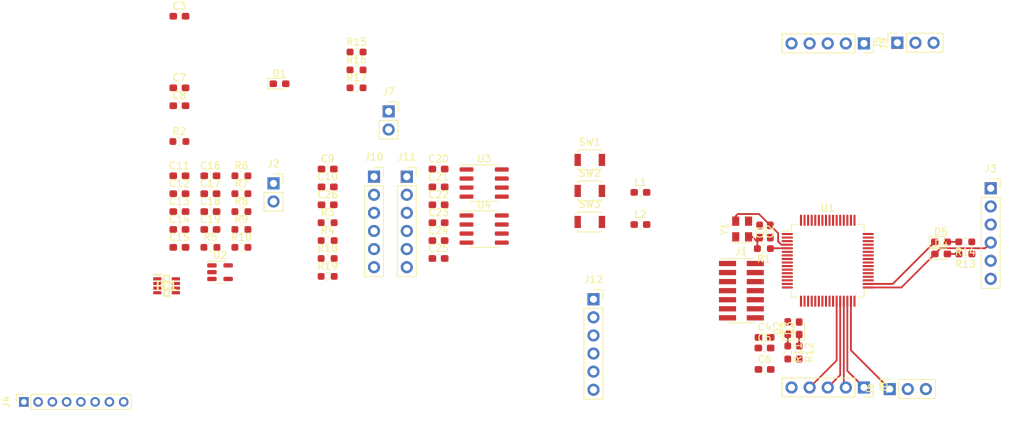
<source format=kicad_pcb>
(kicad_pcb (version 20221018) (generator pcbnew)
  (layers (0 "F.Cu" signal) (31 "B.Cu" signal) (34 "B.Paste" user) (35 "F.Paste" user) (36 "B.SilkS" user "B.Silkscreen") (37 "F.SilkS" user "F.Silkscreen") (38 "B.Mask" user) (39 "F.Mask" user) (44 "Edge.Cuts" user))
  (net 0 "")
  (net 1 "GND")
  (net 2 "Net-(U1-PC14)")
  (net 3 "Net-(C2-Pad2)")
  (net 4 "NRST")
  (net 5 "+3.3V")
  (net 6 "Net-(C7-Pad2)")
  (net 7 "Demarrage")
  (net 8 "Net-(C10-Pad2)")
  (net 9 "7.2V")
  (net 10 "Net-(IC1-VCC)")
  (net 11 "Net-(C14-Pad1)")
  (net 12 "Net-(IC1-SW)")
  (net 13 "+5V")
  (net 14 "Net-(C17-Pad1)")
  (net 15 "U1OUT1")
  (net 16 "U1OUT2")
  (net 17 "U2OUT1")
  (net 18 "U2OUT2")
  (net 19 "User")
  (net 20 "Net-(C26-Pad2)")
  (net 21 "Net-(D1-K)")
  (net 22 "+3V3")
  (net 23 "Net-(D2-K)")
  (net 24 "Rx UART LID")
  (net 25 "Net-(D3-K)")
  (net 26 "Tx UART LID")
  (net 27 "SCL ACC")
  (net 28 "Net-(D4-A)")
  (net 29 "SDA ACC")
  (net 30 "Net-(D5-A)")
  (net 31 "Net-(IC1-PG)")
  (net 32 "Net-(IC1-BST)")
  (net 33 "Net-(IC1-EN{slash}SYNC)")
  (net 34 "Net-(IC1-FB)")
  (net 37 "SWDIO")
  (net 38 "SWCLK")
  (net 42 "UART2_RX")
  (net 43 "UART2_TX")
  (net 44 "Int Acc")
  (net 45 "I2A Ad Sel")
  (net 46 "M_SCTR")
  (net 47 "DEV_EN")
  (net 48 "M_EN")
  (net 50 "OUT_IR1")
  (net 51 "OUT_IR2")
  (net 52 "Net-(J7-Pin_1)")
  (net 53 "Buzzer_In")
  (net 54 "OUT_Contact4")
  (net 55 "OUT_Contact3")
  (net 56 "OUT_Contact2")
  (net 57 "OUT_Contact1")
  (net 58 "OUT_Contact8")
  (net 59 "OUT_Contact7")
  (net 60 "OUT_Contact6")
  (net 61 "OUT_Contact5")
  (net 62 "ENCODER1")
  (net 63 "ENCODER2")
  (net 64 "ENCODER3")
  (net 65 "ENCODER4")
  (net 66 "Net-(U1-PC15)")
  (net 67 "ADC1")
  (net 68 "ADC2")
  (net 69 "PWM4")
  (net 74 "PWM1")
  (net 75 "PWM2")
  (net 94 "PWM3")
  (footprint "Resistor_SMD:R_0603_1608Metric_Pad0.98x0.95mm_HandSolder" (layer "F.Cu") (at 54.915 82.005)
    (fp_text reference "R8" (at 0 -1.43) (layer "F.SilkS"))
    (fp_text value "16k")
    (pad "1" smd roundrect (at -0.9125 0) (size 0.975 0.95) (layers "F.Cu" "F.Paste" "F.Mask") (net 34 "Net-(IC1-FB)"))
    (pad "2" smd roundrect (at 0.9125 0) (size 0.975 0.95) (layers "F.Cu" "F.Paste" "F.Mask") (net 14 "Net-(C17-Pad1)"))
  )
  (footprint "Resistor_SMD:R_0603_1608Metric_Pad0.98x0.95mm_HandSolder" (layer "F.Cu") (at 156.46875 87.95 180)
    (fp_text reference "R13" (at 0 -1.43) (layer "F.SilkS"))
    (fp_text value "1000" hide)
    (pad "1" smd roundrect (at -0.9125 0 180) (size 0.975 0.95) (layers "F.Cu" "F.Paste" "F.Mask") (net 5 "+3.3V"))
    (pad "2" smd roundrect (at 0.9125 0 180) (size 0.975 0.95) (layers "F.Cu" "F.Paste" "F.Mask") (net 28 "Net-(D4-A)"))
  )
  (footprint "Resistor_SMD:R_0603_1608Metric_Pad0.98x0.95mm_HandSolder" (layer "F.Cu") (at 71.065 62.135)
    (fp_text reference "R16" (at 0 -1.43) (layer "F.SilkS"))
    (fp_text value "0.01")
    (pad "1" smd roundrect (at -0.9125 0) (size 0.975 0.95) (layers "F.Cu" "F.Paste" "F.Mask") (net 68 "ADC2"))
    (pad "2" smd roundrect (at 0.9125 0) (size 0.975 0.95) (layers "F.Cu" "F.Paste" "F.Mask") (net 1 "GND"))
  )
  (footprint "Capacitor_SMD:C_0603_1608Metric_Pad1.08x0.95mm_HandSolder" (layer "F.Cu") (at 128.3 104.15)
    (fp_text reference "C6" (at 0 -1.43) (layer "F.SilkS"))
    (fp_text value "4,7 µF")
    (pad "1" smd roundrect (at -0.8625 0) (size 1.075 0.95) (layers "F.Cu" "F.Paste" "F.Mask") (net 1 "GND"))
    (pad "2" smd roundrect (at 0.8625 0) (size 1.075 0.95) (layers "F.Cu" "F.Paste" "F.Mask") (net 5 "+3.3V"))
  )
  (footprint "Resistor_SMD:R_0603_1608Metric_Pad0.98x0.95mm_HandSolder" (layer "F.Cu") (at 156.45 86.25 180)
    (fp_text reference "R14" (at 0 -1.43) (layer "F.SilkS"))
    (fp_text value "1000" hide)
    (pad "1" smd roundrect (at -0.9125 0 180) (size 0.975 0.95) (layers "F.Cu" "F.Paste" "F.Mask") (net 5 "+3.3V"))
    (pad "2" smd roundrect (at 0.9125 0 180) (size 0.975 0.95) (layers "F.Cu" "F.Paste" "F.Mask") (net 30 "Net-(D5-A)"))
  )
  (footprint "Capacitor_SMD:C_0603_1608Metric_Pad1.08x0.95mm_HandSolder" (layer "F.Cu") (at 50.565 84.515)
    (fp_text reference "C19" (at 0 -1.43) (layer "F.SilkS"))
    (fp_text value "1uF/10V")
    (pad "1" smd roundrect (at -0.8625 0) (size 1.075 0.95) (layers "F.Cu" "F.Paste" "F.Mask") (net 5 "+3.3V"))
    (pad "2" smd roundrect (at 0.8625 0) (size 1.075 0.95) (layers "F.Cu" "F.Paste" "F.Mask") (net 1 "GND"))
  )
  (footprint "Capacitor_SMD:C_0603_1608Metric_Pad1.08x0.95mm_HandSolder" (layer "F.Cu") (at 82.565 81.055)
    (fp_text reference "C22" (at 0 -1.43) (layer "F.SilkS"))
    (fp_text value "1µf")
    (pad "1" smd roundrect (at -0.8625 0) (size 1.075 0.95) (layers "F.Cu" "F.Paste" "F.Mask") (net 16 "U1OUT2"))
    (pad "2" smd roundrect (at 0.8625 0) (size 1.075 0.95) (layers "F.Cu" "F.Paste" "F.Mask") (net 1 "GND"))
  )
  (footprint "Package_TO_SOT_SMD:SOT-23-5" (layer "F.Cu") (at 51.915 90.505)
    (fp_text reference "U2" (at 0 -2.4) (layer "F.SilkS"))
    (fp_text value "MIC5317-3.3xM5")
    (pad "1" smd roundrect (at -1.1375 -0.95) (size 1.325 0.6) (layers "F.Cu" "F.Paste" "F.Mask") (net 13 "+5V"))
    (pad "2" smd roundrect (at -1.1375 0) (size 1.325 0.6) (layers "F.Cu" "F.Paste" "F.Mask") (net 1 "GND"))
    (pad "3" smd roundrect (at -1.1375 0.95) (size 1.325 0.6) (layers "F.Cu" "F.Paste" "F.Mask") (net 13 "+5V"))
    (pad "4" smd roundrect (at 1.1375 0.95) (size 1.325 0.6) (layers "F.Cu" "F.Paste" "F.Mask"))
    (pad "5" smd roundrect (at 1.1375 -0.95) (size 1.325 0.6) (layers "F.Cu" "F.Paste" "F.Mask") (net 5 "+3.3V"))
  )
  (footprint "Resistor_SMD:R_0603_1608Metric_Pad0.98x0.95mm_HandSolder" (layer "F.Cu") (at 54.915 84.515)
    (fp_text reference "R9" (at 0 -1.43) (layer "F.SilkS"))
    (fp_text value "7.68k")
    (pad "1" smd roundrect (at -0.9125 0) (size 0.975 0.95) (layers "F.Cu" "F.Paste" "F.Mask") (net 14 "Net-(C17-Pad1)"))
    (pad "2" smd roundrect (at 0.9125 0) (size 0.975 0.95) (layers "F.Cu" "F.Paste" "F.Mask") (net 1 "GND"))
  )
  (footprint "Connector_PinSocket_2.54mm:PinSocket_1x02_P2.54mm_Vertical" (layer "F.Cu") (at 59.415 78.055)
    (fp_text reference "J2" (at 0 -2.77) (layer "F.SilkS"))
    (fp_text value "Conn_01x02")
    (pad "1" thru_hole rect (at 0 0) (size 1.7 1.7) (drill 1) (layers "*.Cu" "*.Mask") (net 1 "GND"))
    (pad "2" thru_hole oval (at 0 2.54) (size 1.7 1.7) (drill 1) (layers "*.Cu" "*.Mask") (net 9 "7.2V"))
  )
  (footprint "Capacitor_SMD:C_0603_1608Metric_Pad1.08x0.95mm_HandSolder" (layer "F.Cu") (at 67.015 78.545)
    (fp_text reference "C10" (at 0 -1.43) (layer "F.SilkS"))
    (fp_text value "100nF")
    (pad "1" smd roundrect (at -0.8625 0) (size 1.075 0.95) (layers "F.Cu" "F.Paste" "F.Mask") (net 7 "Demarrage"))
    (pad "2" smd roundrect (at 0.8625 0) (size 1.075 0.95) (layers "F.Cu" "F.Paste" "F.Mask") (net 8 "Net-(C10-Pad2)"))
  )
  (footprint "Button_Switch_SMD:SW_SPST_B3U-1000P" (layer "F.Cu") (at 103.785 79.11)
    (fp_text reference "SW2" (at 0 -2.5) (layer "F.SilkS"))
    (fp_text value "SW_MEC_5E")
    (pad "1" smd rect (at -1.7 0) (size 0.9 1.7) (layers "F.Cu" "F.Paste" "F.Mask") (net 4 "NRST"))
    (pad "2" smd rect (at 1.7 0) (size 0.9 1.7) (layers "F.Cu" "F.Paste" "F.Mask") (net 4 "NRST"))
  )
  (footprint "Connector_PinSocket_2.00mm:PinSocket_1x08_P2.00mm_Vertical" (layer "F.Cu") (at 24.4 108.7 90)
    (fp_text reference "J4" (at 0 -2.5 90) (layer "F.SilkS"))
    (fp_text value "Conn_01x08")
    (pad "1" thru_hole rect (at 0 0 90) (size 1.35 1.35) (drill 0.8) (layers "*.Cu" "*.Mask") (net 13 "+5V"))
    (pad "2" thru_hole oval (at 0 2 90) (size 1.35 1.35) (drill 0.8) (layers "*.Cu" "*.Mask") (net 26 "Tx UART LID"))
    (pad "3" thru_hole oval (at 0 4 90) (size 1.35 1.35) (drill 0.8) (layers "*.Cu" "*.Mask") (net 24 "Rx UART LID"))
    (pad "4" thru_hole oval (at 0 6 90) (size 1.35 1.35) (drill 0.8) (layers "*.Cu" "*.Mask") (net 1 "GND"))
    (pad "5" thru_hole oval (at 0 8 90) (size 1.35 1.35) (drill 0.8) (layers "*.Cu" "*.Mask") (net 46 "M_SCTR"))
    (pad "6" thru_hole oval (at 0 10 90) (size 1.35 1.35) (drill 0.8) (layers "*.Cu" "*.Mask") (net 47 "DEV_EN"))
    (pad "7" thru_hole oval (at 0 12 90) (size 1.35 1.35) (drill 0.8) (layers "*.Cu" "*.Mask") (net 48 "M_EN"))
    (pad "8" thru_hole oval (at 0 14 90) (size 1.35 1.35) (drill 0.8) (layers "*.Cu" "*.Mask"))
  )
  (footprint "Capacitor_SMD:C_0603_1608Metric_Pad1.08x0.95mm_HandSolder" (layer "F.Cu") (at 46.215 76.985)
    (fp_text reference "C11" (at 0 -1.43) (layer "F.SilkS"))
    (fp_text value "22uF")
    (pad "1" smd roundrect (at -0.8625 0) (size 1.075 0.95) (layers "F.Cu" "F.Paste" "F.Mask") (net 9 "7.2V"))
    (pad "2" smd roundrect (at 0.8625 0) (size 1.075 0.95) (layers "F.Cu" "F.Paste" "F.Mask") (net 1 "GND"))
  )
  (footprint "Capacitor_SMD:C_0603_1608Metric_Pad1.08x0.95mm_HandSolder" (layer "F.Cu") (at 82.565 88.585)
    (fp_text reference "C25" (at 0 -1.43) (layer "F.SilkS"))
    (fp_text value "1µf")
    (pad "1" smd roundrect (at -0.8625 0) (size 1.075 0.95) (layers "F.Cu" "F.Paste" "F.Mask") (net 18 "U2OUT2"))
    (pad "2" smd roundrect (at 0.8625 0) (size 1.075 0.95) (layers "F.Cu" "F.Paste" "F.Mask") (net 1 "GND"))
  )
  (footprint "Resistor_SMD:R_0603_1608Metric_Pad0.98x0.95mm_HandSolder" (layer "F.Cu") (at 54.915 87.025)
    (fp_text reference "R10" (at 0 -1.43) (layer "F.SilkS"))
    (fp_text value "40.2k")
    (pad "1" smd roundrect (at -0.9125 0) (size 0.975 0.95) (layers "F.Cu" "F.Paste" "F.Mask") (net 14 "Net-(C17-Pad1)"))
    (pad "2" smd roundrect (at 0.9125 0) (size 0.975 0.95) (layers "F.Cu" "F.Paste" "F.Mask") (net 13 "+5V"))
  )
  (footprint "LED_SMD:LED_0603_1608Metric_Pad1.05x0.95mm_HandSolder" (layer "F.Cu") (at 131.55 98.35 90)
    (fp_text reference "D2" (at 0 -1.43 90) (layer "F.SilkS"))
    (fp_text value "LED_Small" hide)
    (pad "1" smd roundrect (at -0.875 0 90) (size 1.05 0.95) (layers "F.Cu" "F.Paste" "F.Mask") (net 23 "Net-(D2-K)"))
    (pad "2" smd roundrect (at 0.875 0 90) (size 1.05 0.95) (layers "F.Cu" "F.Paste" "F.Mask") (net 24 "Rx UART LID"))
  )
  (footprint "Resistor_SMD:R_0603_1608Metric_Pad0.98x0.95mm_HandSolder" (layer "F.Cu") (at 54.915 79.495)
    (fp_text reference "R7" (at 0 -1.43) (layer "F.SilkS"))
    (fp_text value "20")
    (pad "1" smd roundrect (at -0.9125 0) (size 0.975 0.95) (layers "F.Cu" "F.Paste" "F.Mask") (net 11 "Net-(C14-Pad1)"))
    (pad "2" smd roundrect (at 0.9125 0) (size 0.975 0.95) (layers "F.Cu" "F.Paste" "F.Mask") (net 32 "Net-(IC1-BST)"))
  )
  (footprint "Resistor_SMD:R_0603_1608Metric_Pad0.98x0.95mm_HandSolder" (layer "F.Cu") (at 67.015 86.075)
    (fp_text reference "R4" (at 0 -1.43) (layer "F.SilkS"))
    (fp_text value "4.7K")
    (pad "1" smd roundrect (at -0.9125 0) (size 0.975 0.95) (layers "F.Cu" "F.Paste" "F.Mask") (net 5 "+3.3V"))
    (pad "2" smd roundrect (at 0.9125 0) (size 0.975 0.95) (layers "F.Cu" "F.Paste" "F.Mask") (net 7 "Demarrage"))
  )
  (footprint "Resistor_SMD:R_0603_1608Metric_Pad0.98x0.95mm_HandSolder" (layer "F.Cu") (at 131.55 101.775 -90)
    (fp_text reference "R11" (at 0 -1.43 90) (layer "F.SilkS"))
    (fp_text value "1000" hide)
    (pad "1" smd roundrect (at -0.9125 0 270) (size 0.975 0.95) (layers "F.Cu" "F.Paste" "F.Mask") (net 23 "Net-(D2-K)"))
    (pad "2" smd roundrect (at 0.9125 0 270) (size 0.975 0.95) (layers "F.Cu" "F.Paste" "F.Mask") (net 1 "GND"))
  )
  (footprint "Connector_PinSocket_2.54mm:PinSocket_1x06_P2.54mm_Vertical" (layer "F.Cu") (at 104.3 94.3)
    (fp_text reference "J12" (at 0 -2.77) (layer "F.SilkS"))
    (fp_text value "Conn_01x07")
    (pad "1" thru_hole rect (at 0 0) (size 1.7 1.7) (drill 1) (layers "*.Cu" "*.Mask") (net 13 "+5V"))
    (pad "2" thru_hole oval (at 0 2.54) (size 1.7 1.7) (drill 1) (layers "*.Cu" "*.Mask") (net 26 "Tx UART LID"))
    (pad "3" thru_hole oval (at 0 5.08) (size 1.7 1.7) (drill 1) (layers "*.Cu" "*.Mask") (net 24 "Rx UART LID"))
    (pad "4" thru_hole oval (at 0 7.62) (size 1.7 1.7) (drill 1) (layers "*.Cu" "*.Mask") (net 1 "GND"))
    (pad "5" thru_hole oval (at 0 10.16) (size 1.7 1.7) (drill 1) (layers "*.Cu" "*.Mask") (net 46 "M_SCTR"))
    (pad "6" thru_hole oval (at 0 12.7) (size 1.7 1.7) (drill 1) (layers "*.Cu" "*.Mask") (net 47 "DEV_EN"))
  )
  (footprint "Resistor_SMD:R_0603_1608Metric_Pad0.98x0.95mm_HandSolder" (layer "F.Cu") (at 71.065 59.625)
    (fp_text reference "R15" (at 0 -1.43) (layer "F.SilkS"))
    (fp_text value "0.01")
    (pad "1" smd roundrect (at -0.9125 0) (size 0.975 0.95) (layers "F.Cu" "F.Paste" "F.Mask") (net 67 "ADC1"))
    (pad "2" smd roundrect (at 0.9125 0) (size 0.975 0.95) (layers "F.Cu" "F.Paste" "F.Mask") (net 1 "GND"))
  )
  (footprint "Capacitor_SMD:C_0603_1608Metric_Pad1.08x0.95mm_HandSolder" (layer "F.Cu") (at 128.2875 101.14)
    (fp_text reference "C5" (at 0 -1.43) (layer "F.SilkS"))
    (fp_text value "100 nF")
    (pad "1" smd roundrect (at -0.8625 0) (size 1.075 0.95) (layers "F.Cu" "F.Paste" "F.Mask") (net 1 "GND"))
    (pad "2" smd roundrect (at 0.8625 0) (size 1.075 0.95) (layers "F.Cu" "F.Paste" "F.Mask") (net 5 "+3.3V"))
  )
  (footprint "Resistor_SMD:R_0603_1608Metric_Pad0.98x0.95mm_HandSolder" (layer "F.Cu") (at 128.2 87.2 180)
    (fp_text reference "R1" (at 0 -1.43) (layer "F.SilkS"))
    (fp_text value "10R" hide)
    (pad "1" smd roundrect (at -0.9125 0 180) (size 0.975 0.95) (layers "F.Cu" "F.Paste" "F.Mask") (net 66 "Net-(U1-PC15)"))
    (pad "2" smd roundrect (at 0.9125 0 180) (size 0.975 0.95) (layers "F.Cu" "F.Paste" "F.Mask") (net 3 "Net-(C2-Pad2)"))
  )
  (footprint "Connector_PinSocket_2.54mm:PinSocket_1x05_P2.54mm_Vertical" (layer "F.Cu") (at 142.24 58.42 -90)
    (fp_text reference "J9" (at 0 -2.77 90) (layer "F.SilkS"))
    (fp_text value "Conn_01x05")
    (pad "1" thru_hole rect (at 0 0 270) (size 1.7 1.7) (drill 1) (layers "*.Cu" "*.Mask") (net 58 "OUT_Contact8"))
    (pad "2" thru_hole oval (at 0 2.54 270) (size 1.7 1.7) (drill 1) (layers "*.Cu" "*.Mask") (net 59 "OUT_Contact7"))
    (pad "3" thru_hole oval (at 0 5.08 270) (size 1.7 1.7) (drill 1) (layers "*.Cu" "*.Mask") (net 60 "OUT_Contact6"))
    (pad "4" thru_hole oval (at 0 7.62 270) (size 1.7 1.7) (drill 1) (layers "*.Cu" "*.Mask") (net 61 "OUT_Contact5"))
    (pad "5" thru_hole oval (at 0 10.16 270) (size 1.7 1.7) (drill 1) (layers "*.Cu" "*.Mask") (net 5 "+3.3V"))
  )
  (footprint "Button_Switch_SMD:SW_SPST_B3U-1000P" (layer "F.Cu") (at 103.785 83.46)
    (fp_text reference "SW3" (at 0 -2.5) (layer "F.SilkS"))
    (fp_text value "SW_MEC_5E")
    (pad "1" smd rect (at -1.7 0) (size 0.9 1.7) (layers "F.Cu" "F.Paste" "F.Mask") (net 1 "GND"))
    (pad "2" smd rect (at 1.7 0) (size 0.9 1.7) (layers "F.Cu" "F.Paste" "F.Mask") (net 1 "GND"))
  )
  (footprint "Capacitor_SMD:C_0603_1608Metric_Pad1.08x0.95mm_HandSolder" (layer "F.Cu") (at 129.1 84.8 90)
    (fp_text reference "C1" (at 0 -1.43 90) (layer "F.SilkS"))
    (fp_text value "10pF" hide)
    (pad "1" smd roundrect (at -0.8625 0 90) (size 1.075 0.95) (layers "F.Cu" "F.Paste" "F.Mask") (net 1 "GND"))
    (pad "2" smd roundrect (at 0.8625 0 90) (size 1.075 0.95) (layers "F.Cu" "F.Paste" "F.Mask") (net 2 "Net-(U1-PC14)"))
  )
  (footprint "Resistor_SMD:R_0603_1608Metric_Pad0.98x0.95mm_HandSolder" (layer "F.Cu") (at 46.215 72.175)
    (fp_text reference "R2" (at 0 -1.43) (layer "F.SilkS"))
    (fp_text value "1k")
    (pad "1" smd roundrect (at -0.9125 0) (size 0.975 0.95) (layers "F.Cu" "F.Paste" "F.Mask") (net 21 "Net-(D1-K)"))
    (pad "2" smd roundrect (at 0.9125 0) (size 0.975 0.95) (layers "F.Cu" "F.Paste" "F.Mask") (net 1 "GND"))
  )
  (footprint "Resistor_SMD:R_0603_1608Metric_Pad0.98x0.95mm_HandSolder" (layer "F.Cu") (at 54.915 76.985)
    (fp_text reference "R6" (at 0 -1.43) (layer "F.SilkS"))
    (fp_text value "100k")
    (pad "1" smd roundrect (at -0.9125 0) (size 0.975 0.95) (layers "F.Cu" "F.Paste" "F.Mask") (net 10 "Net-(IC1-VCC)"))
    (pad "2" smd roundrect (at 0.9125 0) (size 0.975 0.95) (layers "F.Cu" "F.Paste" "F.Mask") (net 31 "Net-(IC1-PG)"))
  )
  (footprint "Capacitor_SMD:C_0603_1608Metric_Pad1.08x0.95mm_HandSolder" (layer "F.Cu") (at 50.565 79.495)
    (fp_text reference "C17" (at 0 -1.43) (layer "F.SilkS"))
    (fp_text value "15pF")
    (pad "1" smd roundrect (at -0.8625 0) (size 1.075 0.95) (layers "F.Cu" "F.Paste" "F.Mask") (net 14 "Net-(C17-Pad1)"))
    (pad "2" smd roundrect (at 0.8625 0) (size 1.075 0.95) (layers "F.Cu" "F.Paste" "F.Mask") (net 13 "+5V"))
  )
  (footprint "Connector_PinHeader_1.27mm:PinHeader_2x07_P1.27mm_Vertical_SMD" (layer "F.Cu") (at 125.05 93.1)
    (fp_text reference "J1" (at 0 -5.505) (layer "F.SilkS"))
    (fp_text value "Conn_02x07_Odd_Even")
    (pad "1" smd rect (at -1.95 -3.81) (size 2.4 0.74) (layers "F.Cu" "F.Paste" "F.Mask"))
    (pad "2" smd rect (at 1.95 -3.81) (size 2.4 0.74) (layers "F.Cu" "F.Paste" "F.Mask"))
    (pad "3" smd rect (at -1.95 -2.54) (size 2.4 0.74) (layers "F.Cu" "F.Paste" "F.Mask") (net 22 "+3V3"))
    (pad "4" smd rect (at 1.95 -2.54) (size 2.4 0.74) (layers "F.Cu" "F.Paste" "F.Mask") (net 37 "SWDIO"))
    (pad "5" smd rect (at -1.95 -1.27) (size 2.4 0.74) (layers "F.Cu" "F.Paste" "F.Mask") (net 1 "GND"))
    (pad "6" smd rect (at 1.95 -1.27) (size 2.4 0.74) (layers "F.Cu" "F.Paste" "F.Mask") (net 38 "SWCLK"))
    (pad "7" smd rect (at -1.95 0) (size 2.4 0.74) (layers "F.Cu" "F.Paste" "F.Mask") (net 1 "GND"))
    (pad "8" smd rect (at 1.95 0) (size 2.4 0.74) (layers "F.Cu" "F.Paste" "F.Mask"))
    (pad "9" smd rect (at -1.95 1.27) (size 2.4 0.74) (layers "F.Cu" "F.Paste" "F.Mask"))
    (pad "10" smd rect (at 1.95 1.27) (size 2.4 0.74) (layers "F.Cu" "F.Paste" "F.Mask"))
    (pad "11" smd rect (at -1.95 2.54) (size 2.4 0.74) (layers "F.Cu" "F.Paste" "F.Mask") (net 1 "GND"))
    (pad "12" smd rect (at 1.95 2.54) (size 2.4 0.74) (layers "F.Cu" "F.Paste" "F.Mask") (net 4 "NRST"))
    (pad "13" smd rect (at -1.95 3.81) (size 2.4 0.74) (layers "F.Cu" "F.Paste" "F.Mask") (net 42 "UART2_RX"))
    (pad "14" smd rect (at 1.95 3.81) (size 2.4 0.74) (layers "F.Cu" "F.Paste" "F.Mask") (net 43 "UART2_TX"))
  )
  (footprint "Connector_PinSocket_2.54mm:PinSocket_1x06_P2.54mm_Vertical" (layer "F.Cu") (at 78.115 77.105)
    (fp_text reference "J11" (at 0 -2.77) (layer "F.SilkS"))
    (fp_text value "Conn_01x06")
    (pad "1" thru_hole rect (at 0 0) (size 1.7 1.7) (drill 1) (layers "*.Cu" "*.Mask") (net 17 "U2OUT1"))
    (pad "2" thru_hole oval (at 0 2.54) (size 1.7 1.7) (drill 1) (layers "*.Cu" "*.Mask") (net 22 "+3V3"))
    (pad "3" thru_hole oval (at 0 5.08) (size 1.7 1.7) (drill 1) (layers "*.Cu" "*.Mask") (net 64 "ENCODER3"))
    (pad "4" thru_hole oval (at 0 7.62) (size 1.7 1.7) (drill 1) (layers "*.Cu" "*.Mask") (net 65 "ENCODER4"))
    (pad "5" thru_hole oval (at 0 10.16) (size 1.7 1.7) (drill 1) (layers "*.Cu" "*.Mask") (net 1 "GND"))
    (pad "6" thru_hole oval (at 0 12.7) (size 1.7 1.7) (drill 1) (layers "*.Cu" "*.Mask") (net 18 "U2OUT2"))
  )
  (footprint "Capacitor_SMD:C_0603_1608Metric_Pad1.08x0.95mm_HandSolder" (layer "F.Cu") (at 46.215 84.515)
    (fp_text reference "C14" (at 0 -1.43) (layer "F.SilkS"))
    (fp_text value "0.1uF")
    (pad "1" smd roundrect (at -0.8625 0) (size 1.075 0.95) (layers "F.Cu" "F.Paste" "F.Mask") (net 11 "Net-(C14-Pad1)"))
    (pad "2" smd roundrect (at 0.8625 0) (size 1.075 0.95) (layers "F.Cu" "F.Paste" "F.Mask") (net 12 "Net-(IC1-SW)"))
  )
  (footprint "LED_SMD:LED_0603_1608Metric_Pad1.05x0.95mm_HandSolder" (layer "F.Cu") (at 133.15 98.375 90)
    (fp_text reference "D3" (at 0 -1.43 90) (layer "F.SilkS"))
    (fp_text value "LED_Small" hide)
    (pad "1" smd roundrect (at -0.875 0 90) (size 1.05 0.95) (layers "F.Cu" "F.Paste" "F.Mask") (net 25 "Net-(D3-K)"))
    (pad "2" smd roundrect (at 0.875 0 90) (size 1.05 0.95) (layers "F.Cu" "F.Paste" "F.Mask") (net 26 "Tx UART LID"))
  )
  (footprint "Resistor_SMD:R_0603_1608Metric_Pad0.98x0.95mm_HandSolder" (layer "F.Cu") (at 67.015 91.095)
    (fp_text reference "R19" (at 0 -1.43) (layer "F.SilkS"))
    (fp_text value "4.7K")
    (pad "1" smd roundrect (at -0.9125 0) (size 0.975 0.95) (layers "F.Cu" "F.Paste" "F.Mask") (net 5 "+3.3V"))
    (pad "2" smd roundrect (at 0.9125 0) (size 0.975 0.95) (layers "F.Cu" "F.Paste" "F.Mask") (net 19 "User"))
  )
  (footprint "Capacitor_SMD:C_0603_1608Metric_Pad1.08x0.95mm_HandSolder" (layer "F.Cu") (at 46.215 54.605)
    (fp_text reference "C3" (at 0 -1.43) (layer "F.SilkS"))
    (fp_text value "1 µF")
    (pad "1" smd roundrect (at -0.8625 0) (size 1.075 0.95) (layers "F.Cu" "F.Paste" "F.Mask") (net 1 "GND"))
    (pad "2" smd roundrect (at 0.8625 0) (size 1.075 0.95) (layers "F.Cu" "F.Paste" "F.Mask") (net 4 "NRST"))
  )
  (footprint "LED_SMD:LED_0603_1608Metric_Pad1.05x0.95mm_HandSolder" (layer "F.Cu") (at 153.06875 87.95)
    (fp_text reference "D4" (at 0 -1.43) (layer "F.SilkS"))
    (fp_text value "LED_Small" hide)
    (pad "1" smd roundrect (at -0.875 0) (size 1.05 0.95) (layers "F.Cu" "F.Paste" "F.Mask") (net 27 "SCL ACC"))
    (pad "2" smd roundrect (at 0.875 0) (size 1.05 0.95) (layers "F.Cu" "F.Paste" "F.Mask") (net 28 "Net-(D4-A)"))
  )
  (footprint "Capacitor_SMD:C_0603_1608Metric_Pad1.08x0.95mm_HandSolder" (layer "F.Cu") (at 128.3 99.65)
    (fp_text reference "C4" (at 0 -1.43) (layer "F.SilkS"))
    (fp_text value "100 nF")
    (pad "1" smd roundrect (at -0.8625 0) (size 1.075 0.95) (layers "F.Cu" "F.Paste" "F.Mask") (net 1 "GND"))
    (pad "2" smd roundrect (at 0.8625 0) (size 1.075 0.95) (layers "F.Cu" "F.Paste" "F.Mask") (net 5 "+3.3V"))
  )
  (footprint "Connector_PinSocket_2.54mm:PinSocket_1x05_P2.54mm_Vertical" (layer "F.Cu") (at 142.24 106.68 -90)
    (fp_text reference "J8" (at 0 -2.77 90) (layer "F.SilkS"))
    (fp_text value "Conn_01x05")
    (pad "1" thru_hole rect (at 0 0 270) (size 1.7 1.7) (drill 1) (layers "*.Cu" "*.Mask") (net 54 "OUT_Contact4"))
    (pad "2" thru_hole oval (at 0 2.54 270) (size 1.7 1.7) (drill 1) (layers "*.Cu" "*.Mask") (net 55 "OUT_Contact3"))
    (pad "3" thru_hole oval (at 0 5.08 270) (size 1.7 1.7) (drill 1) (layers "*.Cu" "*.Mask") (net 56 "OUT_Contact2"))
    (pad "4" thru_hole oval (at 0 7.62 270) (size 1.7 1.7) (drill 1) (layers "*.Cu" "*.Mask") (net 57 "OUT_Contact1"))
    (pad "5" thru_hole oval (at 0 10.16 270) (size 1.7 1.7) (drill 1) (layers "*.Cu" "*.Mask") (net 5 "+3.3V"))
  )
  (footprint "Resistor_SMD:R_0603_1608Metric_Pad0.98x0.95mm_HandSolder" (layer "F.Cu") (at 133.15 101.775 -90)
    (fp_text reference "R12" (at 0 -1.43 90) (layer "F.SilkS"))
    (fp_text value "1000" hide)
    (pad "1" smd roundrect (at -0.9125 0 270) (size 0.975 0.95) (layers "F.Cu" "F.Paste" "F.Mask") (net 25 "Net-(D3-K)"))
    (pad "2" smd roundrect (at 0.9125 0 270) (size 0.975 0.95) (layers "F.Cu" "F.Paste" "F.Mask") (net 1 "GND"))
  )
  (footprint "Capacitor_SMD:C_0603_1608Metric_Pad1.08x0.95mm_HandSolder" (layer "F.Cu") (at 50.565 82.005)
    (fp_text reference "C18" (at 0 -1.43) (layer "F.SilkS"))
    (fp_text value "1uF/10V")
    (pad "1" smd roundrect (at -0.8625 0) (size 1.075 0.95) (layers "F.Cu" "F.Paste" "F.Mask") (net 13 "+5V"))
    (pad "2" smd roundrect (at 0.8625 0) (size 1.075 0.95) (layers "F.Cu" "F.Paste" "F.Mask") (net 1 "GND"))
  )
  (footprint "LED_SMD:LED_0603_1608Metric_Pad1.05x0.95mm_HandSolder" (layer "F.Cu") (at 153.05 86.255)
    (fp_text reference "D5" (at 0 -1.43) (layer "F.SilkS"))
    (fp_text value "LED_Small" hide)
    (pad "1" smd roundrect (at -0.875 0) (size 1.05 0.95) (layers "F.Cu" "F.Paste" "F.Mask") (net 29 "SDA ACC"))
    (pad "2" smd roundrect (at 0.875 0) (size 1.05 0.95) (layers "F.Cu" "F.Paste" "F.Mask") (net 30 "Net-(D5-A)"))
  )
  (footprint "Capacitor_SMD:C_0603_1608Metric_Pad1.08x0.95mm_HandSolder" (layer "F.Cu") (at 82.565 86.075)
    (fp_text reference "C24" (at 0 -1.43) (layer "F.SilkS"))
    (fp_text value "1µf")
    (pad "1" smd roundrect (at -0.8625 0) (size 1.075 0.95) (layers "F.Cu" "F.Paste" "F.Mask") (net 1 "GND"))
    (pad "2" smd roundrect (at 0.8625 0) (size 1.075 0.95) (layers "F.Cu" "F.Paste" "F.Mask") (net 17 "U2OUT1"))
  )
  (footprint "Capacitor_SMD:C_0603_1608Metric_Pad1.08x0.95mm_HandSolder" (layer "F.Cu") (at 82.565 76.035)
    (fp_text reference "C20" (at 0 -1.43) (layer "F.SilkS"))
    (fp_text value "1µf")
    (pad "1" smd roundrect (at -0.8625 0) (size 1.075 0.95) (layers "F.Cu" "F.Paste" "F.Mask") (net 1 "GND"))
    (pad "2" smd roundrect (at 0.8625 0) (size 1.075 0.95) (layers "F.Cu" "F.Paste" "F.Mask") (net 9 "7.2V"))
  )
  (footprint "Capacitor_SMD:C_0603_1608Metric_Pad1.08x0.95mm_HandSolder" (layer "F.Cu") (at 46.215 64.645)
    (fp_text reference "C7" (at 0 -1.43) (layer "F.SilkS"))
    (fp_text value "1 µF")
    (pad "1" smd roundrect (at -0.8625 0) (size 1.075 0.95) (layers "F.Cu" "F.Paste" "F.Mask") (net 1 "GND"))
    (pad "2" smd roundrect (at 0.8625 0) (size 1.075 0.95) (layers "F.Cu" "F.Paste" "F.Mask") (net 6 "Net-(C7-Pad2)"))
  )
  (footprint "Package_SO:SOIC-8_3.9x4.9mm_P1.27mm" (layer "F.Cu") (at 88.965 84.455)
    (fp_text reference "U4" (at 0 -3.4) (layer "F.SilkS"))
    (fp_text value "ZXBM5210-S")
    (pad "1" smd roundrect (at -2.475 -1.905) (size 1.95 0.6) (layers "F.Cu" "F.Paste" "F.Mask") (net 17 "U2OUT1"))
    (pad "2" smd roundrect (at -2.475 -0.635) (size 1.95 0.6) (layers "F.Cu" "F.Paste" "F.Mask") (net 9 "7.2V"))
    (pad "3" smd roundrect (at -2.475 0.635) (size 1.95 0.6) (layers "F.Cu" "F.Paste" "F.Mask") (net 9 "7.2V"))
    (pad "4" smd roundrect (at -2.475 1.905) (size 1.95 0.6) (layers "F.Cu" "F.Paste" "F.Mask") (net 94 "PWM3"))
    (pad "5" smd roundrect (at 2.475 1.905) (size 1.95 0.6) (layers "F.Cu" "F.Paste" "F.Mask") (net 69 "PWM4"))
    (pad "6" smd roundrect (at 2.475 0.635) (size 1.95 0.6) (layers "F.Cu" "F.Paste" "F.Mask") (net 9 "7.2V"))
    (pad "7" smd roundrect (at 2.475 -0.635) (size 1.95 0.6) (layers "F.Cu" "F.Paste" "F.Mask") (net 18 "U2OUT2"))
    (pad "8" smd roundrect (at 2.475 -1.905) (size 1.95 0.6) (layers "F.Cu" "F.Paste" "F.Mask") (net 1 "GND"))
  )
  (footprint "Crystal:Crystal_SMD_EuroQuartz_MT-4Pin_3.2x2.5mm" (layer "F.Cu") (at 125.15 84.45 90)
    (fp_text reference "Y1" (at 0 -2.45 90) (layer "F.SilkS"))
    (fp_text value "16MHz" hide)
    (pad "1" smd rect (at -1.1 0.9 90) (size 1.3 1) (layers "F.Cu" "F.Paste" "F.Mask") (net 3 "Net-(C2-Pad2)"))
    (pad "2" smd rect (at 1.1 0.9 90) (size 1.3 1) (layers "F.Cu" "F.Paste" "F.Mask") (net 1 "GND"))
    (pad "3" smd rect (at 1.1 -0.9 90) (size 1.3 1) (layers "F.Cu" "F.Paste" "F.Mask") (net 2 "Net-(U1-PC14)"))
    (pad "4" smd rect (at -1.1 -0.9 90) (size 1.3 1) (layers "F.Cu" "F.Paste" "F.Mask") (net 1 "GND"))
  )
  (footprint "Capacitor_SMD:C_0603_1608Metric_Pad1.08x0.95mm_HandSolder" (layer "F.Cu") (at 50.565 76.985)
    (fp_text reference "C16" (at 0 -1.43) (layer "F.SilkS"))
    (fp_text value "22uF")
    (pad "1" smd roundrect (at -0.8625 0) (size 1.075 0.95) (layers "F.Cu" "F.Paste" "F.Mask") (net 13 "+5V"))
    (pad "2" smd roundrect (at 0.8625 0) (size 1.075 0.95) (layers "F.Cu" "F.Paste" "F.Mask") (net 1 "GND"))
  )
  (footprint "Connector_PinSocket_2.54mm:PinSocket_1x03_P2.54mm_Vertical" (layer "F.Cu") (at 145.85 106.9 90)
    (fp_text reference "J6" (at 0 -2.77 90) (layer "F.SilkS"))
    (fp_text value "Conn_01x03")
    (pad "1" thru_hole rect (at 0 0 90) (size 1.7 1.7) (drill 1) (layers "*.Cu" "*.Mask") (net 51 "OUT_IR2"))
    (pad "2" thru_hole oval (at 0 2.54 90) (size 1.7 1.7) (drill 1) (layers "*.Cu" "*.Mask") (net 5 "+3.3V"))
    (pad "3" thru_hole oval (at 0 5.08 90) (size 1.7 1.7) (drill 1) (layers "*.Cu" "*.Mask") (net 1 "GND"))
  )
  (footprint "Capacitor_SMD:C_0603_1608Metric_Pad1.08x0.95mm_HandSolder" (layer "F.Cu") (at 82.565 78.545)
    (fp_text reference "C21" (at 0 -1.43) (layer "F.SilkS"))
    (fp_text value "1µf")
    (pad "1" smd roundrect (at -0.8625 0) (size 1.075 0.95) (layers "F.Cu" "F.Paste" "F.Mask") (net 1 "GND"))
    (pad "2" smd roundrect (at 0.8625 0) (size 1.075 0.95) (layers "F.Cu" "F.Paste" "F.Mask") (net 15 "U1OUT1"))
  )
  (footprint "Resistor_SMD:R_0603_1608Metric_Pad0.98x0.95mm_HandSolder" (layer "F.Cu") (at 67.015 83.565)
    (fp_text reference "R3" (at 0 -1.43) (layer "F.SilkS"))
    (fp_text value "100")
    (pad "1" smd roundrect (at -0.9125 0) (size 0.975 0.95) (layers "F.Cu" "F.Paste" "F.Mask") (net 8 "Net-(C10-Pad2)"))
    (pad "2" smd roundrect (at 0.9125 0) (size 0.975 0.95) (layers "F.Cu" "F.Paste" "F.Mask") (net 1 "GND"))
  )
  (footprint "Capacitor_SMD:C_0603_1608Metric_Pad1.08x0.95mm_HandSolder" (layer "F.Cu") (at 67.015 76.035)
    (fp_text reference "C9" (at 0 -1.43) (layer "F.SilkS"))
    (fp_text value "100nF")
    (pad "1" smd roundrect (at -0.8625 0) (size 1.075 0.95) (layers "F.Cu" "F.Paste" "F.Mask") (net 1 "GND"))
    (pad "2" smd roundrect (at 0.8625 0) (size 1.075 0.95) (layers "F.Cu" "F.Paste" "F.Mask") (net 4 "NRST"))
  )
  (footprint "Capacitor_SMD:C_0603_1608Metric_Pad1.08x0.95mm_HandSolder" (layer "F.Cu") (at 82.565 83.565)
    (fp_text reference "C23" (at 0 -1.43) (layer "F.SilkS"))
    (fp_text value "1µf")
    (pad "1" smd roundrect (at -0.8625 0) (size 1.075 0.95) (layers "F.Cu" "F.Paste" "F.Mask") (net 1 "GND"))
    (pad "2" smd roundrect (at 0.8625 0) (size 1.075 0.95) (layers "F.Cu" "F.Paste" "F.Mask") (net 9 "7.2V"))
  )
  (footprint "Capacitor_SMD:C_0603_1608Metric_Pad1.08x0.95mm_HandSolder" (layer "F.Cu") (at 67.015 81.055)
    (fp_text reference "C26" (at 0 -1.43) (layer "F.SilkS"))
    (fp_text value "100nF")
    (pad "1" smd roundrect (at -0.8625 0) (size 1.075 0.95) (layers "F.Cu" "F.Paste" "F.Mask") (net 19 "User"))
    (pad "2" smd roundrect (at 0.8625 0) (size 1.075 0.95) (layers "F.Cu" "F.Paste" "F.Mask") (net 20 "Net-(C26-Pad2)"))
  )
  (footprint "LED_SMD:LED_0603_1608Metric_Pad1.05x0.95mm_HandSolder" (layer "F.Cu") (at 60.26 64.075)
    (fp_text reference "D1" (at 0 -1.43) (layer "F.SilkS"))
    (fp_text value "GREEN")
    (pad "1" smd roundrect (at -0.875 0) (size 1.05 0.95) (layers "F.Cu" "F.Paste" "F.Mask") (net 21 "Net-(D1-K)"))
    (pad "2" smd roundrect (at 0.875 0) (size 1.05 0.95) (layers "F.Cu" "F.Paste" "F.Mask") (net 22 "+3V3"))
  )
  (footprint "Capacitor_SMD:C_0603_1608Metric_Pad1.08x0.95mm_HandSolder" (layer "F.Cu") (at 46.215 82.005)
    (fp_text reference "C13" (at 0 -1.43) (layer "F.SilkS"))
    (fp_text value "0.1uF")
    (pad "1" smd roundrect (at -0.8625 0) (size 1.075 0.95) (layers "F.Cu" "F.Paste" "F.Mask") (net 10 "Net-(IC1-VCC)"))
    (pad "2" smd roundrect (at 0.8625 0) (size 1.075 0.95) (layers "F.Cu" "F.Paste" "F.Mask") (net 1 "GND"))
  )
  (footprint "Connector_PinSocket_2.54mm:PinSocket_1x02_P2.54mm_Vertical" (layer "F.Cu") (at 75.565 67.955)
    (fp_text reference "J7" (at 0 -2.77) (layer "F.SilkS"))
    (fp_text value "Conn_01x02")
    (pad "1" thru_hole rect (at 0 0) (size 1.7 1.7) (drill 1) (layers "*.Cu" "*.Mask") (net 52 "Net-(J7-Pin_1)"))
    (pad "2" thru_hole oval (at 0 2.54) (size 1.7 1.7) (drill 1) (layers "*.Cu" "*.Mask") (net 53 "Buzzer_In"))
  )
  (footprint "Capacitor_SMD:C_0603_1608Metric_Pad1.08x0.95mm_HandSolder" (layer "F.Cu") (at 46.215 87.025)
    (fp_text reference "C15" (at 0 -1.43) (layer "F.SilkS"))
    (fp_text value "22uF")
    (pad "1" smd roundrect (at -0.8625 0) (size 1.075 0.95) (layers "F.Cu" "F.Paste" "F.Mask") (net 13 "+5V"))
    (pad "2" smd roundrect (at 0.8625 0) (size 1.075 0.95) (layers "F.Cu" "F.Paste" "F.Mask") (net 1 "GND"))
  )
  (footprint "Resistor_SMD:R_0603_1608Metric_Pad0.98x0.95mm_HandSolder" (layer "F.Cu") (at 67.015 88.585)
    (fp_text reference "R18" (at 0 -1.43) (layer "F.SilkS"))
    (fp_text value "100")
    (pad "1" smd roundrect (at -0.9125 0) (size 0.975 0.95) (layers "F.Cu" "F.Paste" "F.Mask") (net 20 "Net-(C26-Pad2)"))
    (pad "2" smd roundrect (at 0.9125 0) (size 0.975 0.95) (layers "F.Cu" "F.Paste" "F.Mask") (net 1 "GND"))
  )
  (footprint "Connector_PinSocket_2.54mm:PinSocket_1x03_P2.54mm_Vertical" (layer "F.Cu") (at 146.925 58.325 90)
    (fp_text reference "J5" (at 0 -2.77 90) (layer "F.SilkS"))
    (fp_text value "Conn_01x03")
    (pad "1" thru_hole rect (at 0 0 90) (size 1.7 1.7) (drill 1) (layers "*.Cu" "*.Mask") (net 50 "OUT_IR1"))
    (pad "2" thru_hole oval (at 0 2.54 90) (size 1.7 1.7) (drill 1) (layers "*.Cu" "*.Mask") (net 5 "+3.3V"))
    (pad "3" thru_hole oval (at 0 5.08 90) (size 1.7 1.7) (drill 1) (layers "*.Cu" "*.Mask") (net 1 "GND"))
  )
  (footprint "Inductor_SMD:L_0603_1608Metric_Pad1.05x0.95mm_HandSolder" (layer "F.Cu") (at 110.885 83.82)
    (fp_text reference "L2" (at 0 -1.43) (layer "F.SilkS"))
    (fp_text value "4.7uH")
    (pad "1" smd roundrect (at -0.875 0) (size 1.05 0.95) (layers "F.Cu" "F.Paste" "F.Mask") (net 12 "Net-(IC1-SW)"))
    (pad "2" smd roundrect (at 0.875 0) (size 1.05 0.95) (layers "F.Cu" "F.Paste" "F.Mask") (net 13 "+5V"))
  )
  (footprint "Package_SO:SOIC-8_3.9x4.9mm_P1.27mm" (layer "F.Cu") (at 88.965 78.005)
    (fp_text reference "U3" (at 0 -3.4) (layer "F.SilkS"))
    (fp_text value "ZXBM5210-S")
    (pad "1" smd roundrect (at -2.475 -1.905) (size 1.95 0.6) (layers "F.Cu" "F.Paste" "F.Mask") (net 15 "U1OUT1"))
    (pad "2" smd roundrect (at -2.475 -0.635) (size 1.95 0.6) (layers "F.Cu" "F.Paste" "F.Mask") (net 9 "7.2V"))
    (pad "3" smd roundrect (at -2.475 0.635) (size 1.95 0.6) (layers "F.Cu" "F.Paste" "F.Mask") (net 9 "7.2V"))
    (pad "4" smd roundrect (at -2.475 1.905) (size 1.95 0.6) (layers "F.Cu" "F.Paste" "F.Mask") (net 74 "PWM1"))
    (pad "5" smd roundrect (at 2.475 1.905) (size 1.95 0.6) (layers "F.Cu" "F.Paste" "F.Mask") (net 75 "PWM2"))
    (pad "6" smd roundrect (at 2.475 0.635) (size 1.95 0.6) (layers "F.Cu" "F.Paste" "F.Mask") (net 9 "7.2V"))
    (pad "7" smd roundrect (at 2.475 -0.635) (size 1.95 0.6) (layers "F.Cu" "F.Paste" "F.Mask") (net 16 "U1OUT2"))
    (pad "8" smd roundrect (at 2.475 -1.905) (size 1.95 0.6) (layers "F.Cu" "F.Paste" "F.Mask") (net 1 "GND"))
  )
  (footprint "Capacitor_SMD:C_0603_1608Metric_Pad1.08x0.95mm_HandSolder" (layer "F.Cu") (at 46.215 67.155)
    (fp_text reference "C8" (at 0 -1.43) (layer "F.SilkS"))
    (fp_text value "1 µF")
    (pad "1" smd roundrect (at -0.8625 0) (size 1.075 0.95) (layers "F.Cu" "F.Paste" "F.Mask") (net 1 "GND"))
    (pad "2" smd roundrect (at 0.8625 0) (size 1.075 0.95) (layers "F.Cu" "F.Paste" "F.Mask") (net 6 "Net-(C7-Pad2)"))
  )
  (footprint "Inductor_SMD:L_0603_1608Metric_Pad1.05x0.95mm_HandSolder" (layer "F.Cu") (at 110.885 79.31)
    (fp_text reference "L1" (at 0 -1.43) (layer "F.SilkS"))
    (fp_text value "L_Small")
    (pad "1" smd roundrect (at -0.875 0) (size 1.05 0.95) (layers "F.Cu" "F.Paste" "F.Mask") (net 5 "+3.3V"))
    (pad "2" smd roundrect (at 0.875 0) (size 1.05 0.95) (layers "F.Cu" "F.Paste" "F.Mask") (net 6 "Net-(C7-Pad2)"))
  )
  (footprint "Connector_PinSocket_2.54mm:PinSocket_1x06_P2.54mm_Vertical" (layer "F.Cu") (at 73.515 77.105)
    (fp_text reference "J10" (at 0 -2.77) (layer "F.SilkS"))
    (fp_text value "Conn_01x06")
    (pad "1" thru_hole rect (at 0 0) (size 1.7 1.7) (drill 1) (layers "*.Cu" "*.Mask") (net 15 "U1OUT1"))
    (pad "2" thru_hole oval (at 0 2.54) (size 1.7 1.7) (drill 1) (layers "*.Cu" "*.Mask") (net 22 "+3V3"))
    (pad "3" thru_hole oval (at 0 5.08) (size 1.7 1.7) (drill 1) (layers "*.Cu" "*.Mask") (net 62 "ENCODER1"))
    (pad "4" thru_hole oval (at 0 7.62) (size 1.7 1.7) (drill 1) (layers "*.Cu" "*.Mask") (net 63 "ENCODER2"))
    (pad "5" thru_hole oval (at 0 10.16) (size 1.7 1.7) (drill 1) (layers "*.Cu" "*.Mask") (net 1 "GND"))
    (pad "6" thru_hole oval (at 0 12.7) (size 1.7 1.7) (drill 1) (layers "*.Cu" "*.Mask") (net 16 "U1OUT2"))
  )
  (footprint "Capacitor_SMD:C_0603_1608Metric_Pad1.08x0.95mm_HandSolder" (layer "F.Cu") (at 127.6 84.8 -90)
    (fp_text reference "C2" (at 0 -1.43 90) (layer "F.SilkS"))
    (fp_text value "10pF" hide)
    (pad "1" smd roundrect (at -0.8625 0 270) (size 1.075 0.95) (layers "F.Cu" "F.Paste" "F.Mask") (net 1 "GND"))
    (pad "2" smd roundrect (at 0.8625 0 270) (size 1.075 0.95) (layers "F.Cu" "F.Paste" "F.Mask") (net 3 "Net-(C2-Pad2)"))
  )
  (footprint "KiCad:SOT65P280X100-8N" (layer "F.Cu") (at 44.42 92.415)
    (fp_text reference "IC1" (at 0 0) (layer "F.SilkS") (effects (font (size 1.27 1.27) (thickness 0.254))))
    (fp_text value "MP1475" hide)
    (pad "1" smd rect (at -1.3 -0.975 90) (size 0.45 1.15) (layers "F.Cu" "F.Paste" "F.Mask") (net 31 "Net-(IC1-PG)"))
    (pad "2" smd rect (at -1.3 -0.325 90) (size 0.45 1.15) (layers "F.Cu" "F.Paste" "F.Mask") (net 9 "7.2V"))
    (pad "3" smd rect (at -1.3 0.325 90) (size 0.45 1.15) (layers "F.Cu" "F.Paste" "F.Mask") (net 12 "Net-(IC1-SW)"))
    (pad "4" smd rect (at -1.3 0.975 90) (size 0.45 1.15) (layers "F.Cu" "F.Paste" "F.Mask") (net 1 "GND"))
    (pad "5" smd rect (at 1.3 0.975 90) (size 0.45 1.15) (layers "F.Cu" "F.Paste" "F.Mask") (net 32 "Net-(IC1-BST)"))
    (pad "6" smd rect (at 1.3 0.325 90) (size 0.45 1.15) (layers "F.Cu" "F.Paste" "F.Mask") (net 33 "Net-(IC1-EN{slash}SYNC)"))
    (pad "7" smd rect (at 1.3 -0.325 90) (size 0.45 1.15) (layers "F.Cu" "F.Paste" "F.Mask") (net 10 "Net-(IC1-VCC)"))
    (pad "8" smd rect (at 1.3 -0.975 90) (size 0.45 1.15) (layers "F.Cu" "F.Paste" "F.Mask") (net 34 "Net-(IC1-FB)"))
  )
  (footprint "Capacitor_SMD:C_0603_1608Metric_Pad1.08x0.95mm_HandSolder" (layer "F.Cu") (at 46.215 79.495)
    (fp_text reference "C12" (at 0 -1.43) (layer "F.SilkS"))
    (fp_text value "22uF")
    (pad "1" smd roundrect (at -0.8625 0) (size 1.075 0.95) (layers "F.Cu" "F.Paste" "F.Mask") (net 9 "7.2V"))
    (pad "2" smd roundrect (at 0.8625 0) (size 1.075 0.95) (layers "F.Cu" "F.Paste" "F.Mask") (net 1 "GND"))
  )
  (footprint "Resistor_SMD:R_0603_1608Metric_Pad0.98x0.95mm_HandSolder" (layer "F.Cu") (at 71.065 64.645)
    (fp_text reference "R17" (at 0 -1.43) (layer "F.SilkS"))
    (fp_text value "100")
    (pad "1" smd roundrect (at -0.9125 0) (size 0.975 0.95) (layers "F.Cu" "F.Paste" "F.Mask") (net 52 "Net-(J7-Pin_1)"))
    (pad "2" smd roundrect (at 0.9125 0) (size 0.975 0.95) (layers "F.Cu" "F.Paste" "F.Mask") (net 1 "GND"))
  )
  (footprint "Package_QFP:LQFP-64_10x10mm_P0.5mm" (layer "F.Cu") (at 137.16 88.9)
    (fp_text reference "U1" (at 0 -7.4) (layer "F.SilkS"))
    (fp_text value "STM32G070RBTx")
    (pad "1" smd roundrect (at -5.675 -3.75) (size 1.55 0.3) (layers "F.Cu" "F.Paste" "F.Mask") (net 69 "PWM4"))
    (pad "2" smd roundrect (at -5.675 -3.25) (size 1.55 0.3) (layers "F.Cu" "F.Paste" "F.Mask"))
    (pad "3" smd roundrect (at -5.675 -2.75) (size 1.55 0.3) (layers "F.Cu" "F.Paste" "F.Mask"))
    (pad "4" smd roundrect (at -5.675 -2.25) (size 1.55 0.3) (layers "F.Cu" "F.Paste" "F.Mask") (net 2 "Net-(U1-PC14)"))
    (pad "5" smd roundrect (at -5.675 -1.75) (size 1.55 0.3) (layers "F.Cu" "F.Paste" "F.Mask") (net 66 "Net-(U1-PC15)"))
    (pad "6" smd roundrect (at -5.675 -1.25) (size 1.55 0.3) (layers "F.Cu" "F.Paste" "F.Mask") (net 5 "+3.3V"))
    (pad "7" smd roundrect (at -5.675 -0.75) (size 1.55 0.3) (layers "F.Cu" "F.Paste" "F.Mask") (net 5 "+3.3V"))
    (pad "8" smd roundrect (at -5.675 -0.25) (size 1.55 0.3) (layers "F.Cu" "F.Paste" "F.Mask") (net 5 "+3.3V"))
    (pad "9" smd roundrect (at -5.675 0.25) (size 1.55 0.3) (layers "F.Cu" "F.Paste" "F.Mask") (net 1 "GND"))
    (pad "10" smd roundrect (at -5.675 0.75) (size 1.55 0.3) (layers "F.Cu" "F.Paste" "F.Mask"))
    (pad "11" smd roundrect (at -5.675 1.25) (size 1.55 0.3) (layers "F.Cu" "F.Paste" "F.Mask"))
    (pad "12" smd roundrect (at -5.675 1.75) (size 1.55 0.3) (layers "F.Cu" "F.Paste" "F.Mask") (net 4 "NRST"))
    (pad "13" smd roundrect (at -5.675 2.25) (size 1.55 0.3) (layers "F.Cu" "F.Paste" "F.Mask") (net 53 "Buzzer_In"))
    (pad "14" smd roundrect (at -5.675 2.75) (size 1.55 0.3) (layers "F.Cu" "F.Paste" "F.Mask") (net 74 "PWM1"))
    (pad "15" smd roundrect (at -5.675 3.25) (size 1.55 0.3) (layers "F.Cu" "F.Paste" "F.Mask") (net 75 "PWM2"))
    (pad "16" smd roundrect (at -5.675 3.75) (size 1.55 0.3) (layers "F.Cu" "F.Paste" "F.Mask"))
    (pad "17" smd roundrect (at -3.75 5.675) (size 0.3 1.55) (layers "F.Cu" "F.Paste" "F.Mask") (net 67 "ADC1"))
    (pad "18" smd roundrect (at -3.25 5.675) (size 0.3 1.55) (layers "F.Cu" "F.Paste" "F.Mask") (net 68 "ADC2"))
    (pad "19" smd roundrect (at -2.75 5.675) (size 0.3 1.55) (layers "F.Cu" "F.Paste" "F.Mask") (net 43 "UART2_TX"))
    (pad "20" smd roundrect (at -2.25 5.675) (size 0.3 1.55) (layers "F.Cu" "F.Paste" "F.Mask") (net 42 "UART2_RX"))
    (pad "21" smd roundrect (at -1.75 5.675) (size 0.3 1.55) (layers "F.Cu" "F.Paste" "F.Mask") (net 48 "M_EN"))
    (pad "22" smd roundrect (at -1.25 5.675) (size 0.3 1.55) (layers "F.Cu" "F.Paste" "F.Mask") (net 47 "DEV_EN"))
    (pad "23" smd roundrect (at -0.75 5.675) (size 0.3 1.55) (layers "F.Cu" "F.Paste" "F.Mask"))
    (pad "24" smd roundrect (at -0.25 5.675) (size 0.3 1.55) (layers "F.Cu" "F.Paste" "F.Mask"))
    (pad "25" smd roundrect (at 0.25 5.675) (size 0.3 1.55) (layers "F.Cu" "F.Paste" "F.Mask") (net 24 "Rx UART LID"))
    (pad "26" smd roundrect (at 0.75 5.675) (size 0.3 1.55) (layers "F.Cu" "F.Paste" "F.Mask") (net 26 "Tx UART LID"))
    (pad "27" smd roundrect (at 1.25 5.675) (size 0.3 1.55) (layers "F.Cu" "F.Paste" "F.Mask") (net 57 "OUT_Contact1"))
    (pad "28" smd roundrect (at 1.75 5.675) (size 0.3 1.55) (layers "F.Cu" "F.Paste" "F.Mask") (net 56 "OUT_Contact2"))
    (pad "29" smd roundrect (at 2.25 5.675) (size 0.3 1.55) (layers "F.Cu" "F.Paste" "F.Mask") (net 55 "OUT_Contact3"))
    (pad "30" smd roundrect (at 2.75 5.675) (size 0.3 1.55) (layers "F.Cu" "F.Paste" "F.Mask") (net 54 "OUT_Contact4"))
    (pad "31" smd roundrect (at 3.25 5.675) (size 0.3 1.55) (layers "F.Cu" "F.Paste" "F.Mask") (net 51 "OUT_IR2"))
    (pad "32" smd roundrect (at 3.75 5.675) (size 0.3 1.55) (layers "F.Cu" "F.Paste" "F.Mask"))
    (pad "33" smd roundrect (at 5.675 3.75) (size 1.55 0.3) (layers "F.Cu" "F.Paste" "F.Mask") (net 27 "SCL ACC"))
    (pad "34" smd roundrect (at 5.675 3.25) (size 1.55 0.3) (layers "F.Cu" "F.Paste" "F.Mask") (net 29 "SDA ACC"))
    (pad "35" smd roundrect (at 5.675 2.75) (size 1.55 0.3) (layers "F.Cu" "F.Paste" "F.Mask") (net 46 "M_SCTR"))
    (pad "36" smd roundrect (at 5.675 2.25) (size 1.55 0.3) (layers "F.Cu" "F.Paste" "F.Mask") (net 64 "ENCODER3"))
    (pad "37" smd roundrect (at 5.675 1.75) (size 1.55 0.3) (layers "F.Cu" "F.Paste" "F.Mask") (net 65 "ENCODER4"))
    (pad "38" smd roundrect (at 5.675 1.25) (size 1.55 0.3) (layers "F.Cu" "F.Paste" "F.Mask") (net 45 "I2A Ad Sel"))
    (pad "39" smd roundrect (at 5.675 0.75) (size 1.55 0.3) (layers "F.Cu" "F.Paste" "F.Mask") (net 44 "Int Acc"))
    (pad "40" smd roundrect (at 5.675 0.25) (size 1.55 0.3) (layers "F.Cu" "F.Paste" "F.Mask"))
    (pad "41" smd roundrect (at 5.675 -0.25) (size 1.55 0.3) (layers "F.Cu" "F.Paste" "F.Mask"))
    (pad "42" smd roundrect (at 5.675 -0.75) (size 1.55 0.3) (layers "F.Cu" "F.Paste" "F.Mask"))
    (pad "43" smd roundrect (at 5.675 -1.25) (size 1.55 0.3) (layers "F.Cu" "F.Paste" "F.Mask") (net 50 "OUT_IR1"))
    (pad "44" smd roundrect (at 5.675 -1.75) (size 1.55 0.3) (layers "F.Cu" "F.Paste" "F.Mask"))
    (pad "45" smd roundrect (at 5.675 -2.25) (size 1.55 0.3) (layers "F.Cu" "F.Paste" "F.Mask") (net 37 "SWDIO"))
    (pad "46" smd roundrect (at 5.675 -2.75) (size 1.55 0.3) (layers "F.Cu" "F.Paste" "F.Mask") (net 38 "SWCLK"))
    (pad "47" smd roundrect (at 5.675 -3.25) (size 1.55 0.3) (layers "F.Cu" "F.Paste" "F.Mask") (net 7 "Demarrage"))
    (pad "48" smd roundrect (at 5.675 -3.75) (size 1.55 0.3) (layers "F.Cu" "F.Paste" "F.Mask"))
    (pad "49" smd roundrect (at 3.75 -5.675) (size 0.3 1.55) (layers "F.Cu" "F.Paste" "F.Mask"))
    (pad "50" smd roundrect (at 3.25 -5.675) (size 0.3 1.55) (layers "F.Cu" "F.Paste" "F.Mask"))
    (pad "51" smd roundrect (at 2.75 -5.675) (size 0.3 1.55) (layers "F.Cu" "F.Paste" "F.Mask") (net 58 "OUT_Contact8"))
    (pad "52" smd roundrect (at 2.25 -5.675) (size 0.3 1.55) (layers "F.Cu" "F.Paste" "F.Mask") (net 59 "OUT_Contact7"))
    (pad "53" smd roundrect (at 1.75 -5.675) (size 0.3 1.55) (layers "F.Cu" "F.Paste" "F.Mask") (net 60 "OUT_Contact6"))
    (pad "54" smd roundrect (at 1.25 -5.675) (size 0.3 1.55) (layers "F.Cu" "F.Paste" "F.Mask") (net 61 "OUT_Contact5"))
    (pad "55" smd roundrect (at 0.75 -5.675) (size 0.3 1.55) (layers "F.Cu" "F.Paste" "F.Mask"))
    (pad "56" smd roundrect (at 0.25 -5.675) (size 0.3 1.55) (layers "F.Cu" "F.Paste" "F.Mask"))
    (pad "57" smd roundrect (at -0.25 -5.675) (size 0.3 1.55) (layers "F.Cu" "F.Paste" "F.Mask"))
    (pad "58" smd roundrect (at -0.75 -5.675) (size 0.3 1.55) (layers "F.Cu" "F.Paste" "F.Mask"))
    (pad "59" smd roundrect (at -1.25 -5.675) (size 0.3 1.55) (layers "F.Cu" "F.Paste" "F.Mask"))
    (pad "60" smd roundrect (at -1.75 -5.675) (size 0.3 1.55) (layers "F.Cu" "F.Paste" "F.Mask") (net 62 "ENCODER1"))
    (pad "61" smd roundrect (at -2.25 -5.675) (size 0.3 1.55) (layers "F.Cu" "F.Paste" "F.Mask") (net 63 "ENCODER2"))
    (pad "62" smd roundrect (at -2.75 -5.675) (size 0.3 1.55) (layers "F.Cu" "F.Paste" "F.Mask"))
    (pad "63" smd roundrect (at -3.25 -5.675) (size 0.3 1.55) (layers "F.Cu" "F.Paste" "F.Mask"))
    (pad "64" smd roundrect (at -3.75 -5.675) (size 0.3 1.55) (layers "F.Cu" "F.Paste" "F.Mask") (net 94 "PWM3"))
  )
  (footprint "Resistor_SMD:R_0603_1608Metric_Pad0.98x0.95mm_HandSolder" (layer "F.Cu") (at 50.565 87.025)
    (fp_text reference "R5" (at 0 -1.43) (layer "F.SilkS"))
    (fp_text value "1OOk")
    (pad "1" smd roundrect (at -0.9125 0) (size 0.975 0.95) (layers "F.Cu" "F.Paste" "F.Mask") (net 9 "7.2V"))
    (pad "2" smd roundrect (at 0.9125 0) (size 0.975 0.95) (layers "F.Cu" "F.Paste" "F.Mask") (net 33 "Net-(IC1-EN{slash}SYNC)"))
  )
  (footprint "Connector_PinSocket_2.54mm:PinSocket_1x06_P2.54mm_Vertical" (layer "F.Cu") (at 160.02 78.74)
    (fp_text reference "J3" (at 0 -2.77) (layer "F.SilkS"))
    (fp_text value "Conn_01x06")
    (pad "1" thru_hole rect (at 0 0) (size 1.7 1.7) (drill 1) (layers "*.Cu" "*.Mask") (net 44 "Int Acc"))
    (pad "2" thru_hole oval (at 0 2.54) (size 1.7 1.7) (drill 1) (layers "*.Cu" "*.Mask") (net 45 "I2A Ad Sel"))
    (pad "3" thru_hole oval (at 0 5.08) (size 1.7 1.7) (drill 1) (layers "*.Cu" "*.Mask") (net 29 "SDA ACC"))
    (pad "4" thru_hole oval (at 0 7.62) (size 1.7 1.7) (drill 1) (layers "*.Cu" "*.Mask") (net 27 "SCL ACC"))
    (pad "5" thru_hole oval (at 0 10.16) (size 1.7 1.7) (drill 1) (layers "*.Cu" "*.Mask") (net 1 "GND"))
    (pad "6" thru_hole oval (at 0 12.7) (size 1.7 1.7) (drill 1) (layers "*.Cu" "*.Mask") (net 5 "+3.3V"))
  )
  (footprint "Button_Switch_SMD:SW_SPST_B3U-1000P" (layer "F.Cu") (at 103.785 74.76)
    (fp_text reference "SW1" (at 0 -2.5) (layer "F.SilkS"))
    (fp_text value "SW_DIP_x01")
    (pad "1" smd rect (at -1.7 0) (size 0.9 1.7) (layers "F.Cu" "F.Paste" "F.Mask") (net 1 "GND"))
    (pad "2" smd rect (at 1.7 0) (size 0.9 1.7) (layers "F.Cu" "F.Paste" "F.Mask") (net 7 "Demarrage"))
  )
  (segment (start 129.45 83.9375) (end 129.45 83.9) (width 0.25) (layer "F.Cu") (net 2))
  (segment (start 124.2 83.65) (end 124.2 83.1) (width 0.25) (layer "F.Cu") (net 2))
  (segment (start 130.2 85.0375) (end 130.2 86.205685) (width 0.25) (layer "F.Cu") (net 2))
  (segment (start 130.2 86.205685) (end 130.644315 86.65) (width 0.25) (layer "F.Cu") (net 2))
  (segment (start 124.55 82.35) (end 127.5125 82.35) (width 0.25) (layer "F.Cu") (net 2))
  (segment (start 127.5125 82.35) (end 129.1 83.9375) (width 0.25) (layer "F.Cu") (net 2))
  (segment (start 129.1 83.9375) (end 130.2 85.0375) (width 0.25) (layer "F.Cu") (net 2))
  (segment (start 124.25 82.65) (end 124.55 82.35) (width 0.25) (layer "F.Cu") (net 2))
  (segment (start 130.644315 86.65) (end 131.485 86.65) (width 0.25) (layer "F.Cu") (net 2))
  (segment (start 124.25 83.35) (end 124.25 82.65) (width 0.25) (layer "F.Cu") (net 2))
  (segment (start 127.2875 87.2) (end 127.2875 86.25) (width 0.25) (layer "F.Cu") (net 3))
  (segment (start 126.5875 85.55) (end 127.2875 86.25) (width 0.25) (layer "F.Cu") (net 3))
  (segment (start 127.2875 86.25) (end 127.2875 85.975) (width 0.25) (layer "F.Cu") (net 3))
  (segment (start 127.2875 85.975) (end 127.6 85.6625) (width 0.25) (layer "F.Cu") (net 3))
  (segment (start 126.1125 85.9625) (end 126 85.85) (width 0.25) (layer "F.Cu") (net 3))
  (segment (start 126.05 85.55) (end 126.5875 85.55) (width 0.25) (layer "F.Cu") (net 3))
  (segment (start 131.55 100.8625) (end 131.55 99.225) (width 0.25) (layer "F.Cu") (net 23))
  (segment (start 133.15 100.8625) (end 133.15 99.25) (width 0.25) (layer "F.Cu") (net 25))
  (segment (start 152.19375 87.95) (end 152.99375 87.15) (width 0.25) (layer "F.Cu") (net 27))
  (segment (start 159.23 87.15) (end 160.02 86.36) (width 0.25) (layer "F.Cu") (net 27))
  (segment (start 147.49375 92.65) (end 152.19375 87.95) (width 0.25) (layer "F.Cu") (net 27))
  (segment (start 142.835 92.65) (end 147.49375 92.65) (width 0.25) (layer "F.Cu") (net 27))
  (segment (start 152.99375 87.15) (end 159.23 87.15) (width 0.25) (layer "F.Cu") (net 27))
  (segment (start 155.55625 87.95) (end 153.94375 87.95) (width 0.25) (layer "F.Cu") (net 28))
  (segment (start 146.28 92.15) (end 152.175 86.255) (width 0.25) (layer "F.Cu") (net 29))
  (segment (start 142.835 92.15) (end 146.28 92.15) (width 0.25) (layer "F.Cu") (net 29))
  (segment (start 153.93 86.25) (end 153.925 86.255) (width 0.25) (layer "F.Cu") (net 30))
  (segment (start 155.5375 86.25) (end 153.93 86.25) (width 0.25) (layer "F.Cu") (net 30))
  (segment (start 140.41 101.46) (end 145.85 106.9) (width 0.25) (layer "F.Cu") (net 51))
  (segment (start 140.41 94.575) (end 140.41 101.46) (width 0.25) (layer "F.Cu") (net 51))
  (segment (start 139.91 104.35) (end 142.24 106.68) (width 0.25) (layer "F.Cu") (net 54))
  (segment (start 139.91 94.575) (end 139.91 104.35) (width 0.25) (layer "F.Cu") (net 54))
  (segment (start 139.41 94.575) (end 139.41 106.39) (width 0.25) (layer "F.Cu") (net 55))
  (segment (start 139.41 106.39) (end 139.7 106.68) (width 0.25) (layer "F.Cu") (net 55))
  (segment (start 138.91 104.93) (end 137.16 106.68) (width 0.25) (layer "F.Cu") (net 56))
  (segment (start 138.91 94.575) (end 138.91 104.93) (width 0.25) (layer "F.Cu") (net 56))
  (segment (start 138.41 102.89) (end 134.62 106.68) (width 0.25) (layer "F.Cu") (net 57))
  (segment (start 138.41 94.575) (end 138.41 102.89) (width 0.25) (layer "F.Cu") (net 57))
  (segment (start 129.1125 87.2) (end 129.1625 87.15) (width 0.25) (layer "F.Cu") (net 66))
  (segment (start 129.1625 87.15) (end 131.485 87.15) (width 0.25) (layer "F.Cu") (net 66))
)
</source>
